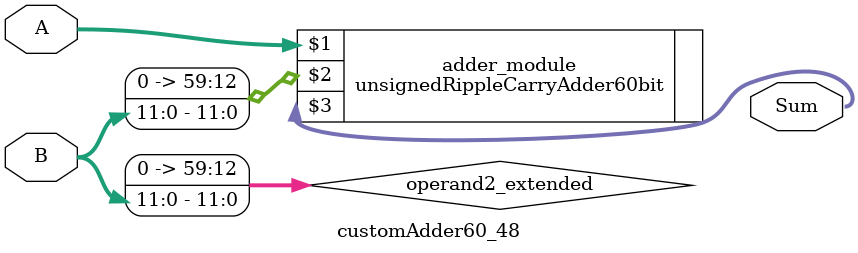
<source format=v>
module customAdder60_48(
                        input [59 : 0] A,
                        input [11 : 0] B,
                        
                        output [60 : 0] Sum
                );

        wire [59 : 0] operand2_extended;
        
        assign operand2_extended =  {48'b0, B};
        
        unsignedRippleCarryAdder60bit adder_module(
            A,
            operand2_extended,
            Sum
        );
        
        endmodule
        
</source>
